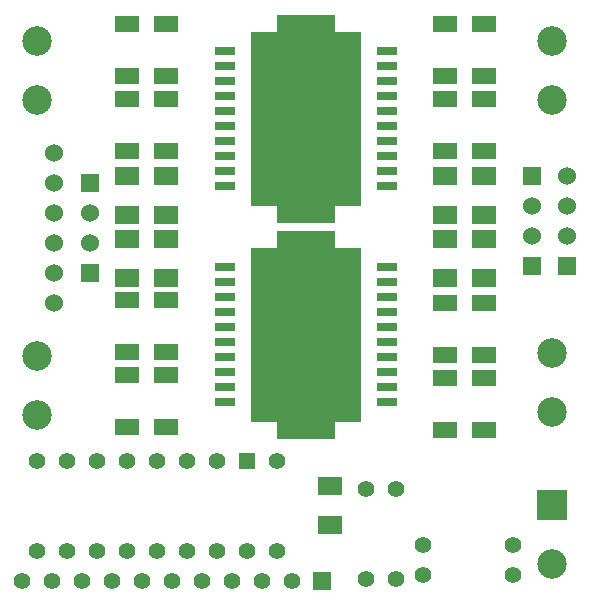
<source format=gts>
G04 (created by PCBNEW (2013-mar-13)-testing) date Thu 06 Mar 2014 12:46:27 CET*
%MOIN*%
G04 Gerber Fmt 3.4, Leading zero omitted, Abs format*
%FSLAX34Y34*%
G01*
G70*
G90*
G04 APERTURE LIST*
%ADD10C,0.005906*%
%ADD11R,0.082677X0.055118*%
%ADD12C,0.055000*%
%ADD13R,0.055000X0.055000*%
%ADD14R,0.196850X0.696850*%
%ADD15R,0.066929X0.027559*%
%ADD16R,0.370079X0.582677*%
%ADD17R,0.080000X0.060000*%
%ADD18R,0.060000X0.060000*%
%ADD19C,0.060000*%
%ADD20C,0.098425*%
%ADD21R,0.098425X0.098425*%
G04 APERTURE END LIST*
G54D10*
G54D11*
X42850Y-21166D03*
X42850Y-19433D03*
X42850Y-23666D03*
X42850Y-21933D03*
X32250Y-31133D03*
X32250Y-32866D03*
X32250Y-28633D03*
X32250Y-30366D03*
X44150Y-21166D03*
X44150Y-19433D03*
X44150Y-23666D03*
X44150Y-21933D03*
X33550Y-31133D03*
X33550Y-32866D03*
X33550Y-28633D03*
X33550Y-30366D03*
X44150Y-31233D03*
X44150Y-32966D03*
X44150Y-28733D03*
X44150Y-30466D03*
X32250Y-21166D03*
X32250Y-19433D03*
X32250Y-23666D03*
X32250Y-21933D03*
X42850Y-31233D03*
X42850Y-32966D03*
X42850Y-28733D03*
X42850Y-30466D03*
X33550Y-21166D03*
X33550Y-19433D03*
X33550Y-23666D03*
X33550Y-21933D03*
G54D12*
X37250Y-34000D03*
G54D13*
X36250Y-34000D03*
G54D12*
X35250Y-34000D03*
X34250Y-34000D03*
X33250Y-34000D03*
X32250Y-34000D03*
X31250Y-34000D03*
X30250Y-34000D03*
X29250Y-34000D03*
X29250Y-37000D03*
X30250Y-37000D03*
X31250Y-37000D03*
X32250Y-37000D03*
X33250Y-37000D03*
X34250Y-37000D03*
X35250Y-37000D03*
X36250Y-37000D03*
X37250Y-37000D03*
G54D14*
X38200Y-29800D03*
G54D15*
X35503Y-29550D03*
G54D16*
X38200Y-29800D03*
G54D15*
X35503Y-29050D03*
X35503Y-28550D03*
X35503Y-28050D03*
X35503Y-27550D03*
X35500Y-30050D03*
X35500Y-30550D03*
X35500Y-31050D03*
X35500Y-31550D03*
X35500Y-32050D03*
X40900Y-32050D03*
X40900Y-31550D03*
X40900Y-31050D03*
X40900Y-30550D03*
X40900Y-30050D03*
X40900Y-29550D03*
X40900Y-29050D03*
X40900Y-28550D03*
X40900Y-28050D03*
X40900Y-27550D03*
G54D14*
X38200Y-22600D03*
G54D15*
X40896Y-22850D03*
G54D16*
X38200Y-22600D03*
G54D15*
X40896Y-23350D03*
X40896Y-23850D03*
X40896Y-24350D03*
X40896Y-24850D03*
X40900Y-22350D03*
X40900Y-21850D03*
X40900Y-21350D03*
X40900Y-20850D03*
X40900Y-20350D03*
X35500Y-20350D03*
X35500Y-20850D03*
X35500Y-21350D03*
X35500Y-21850D03*
X35500Y-22350D03*
X35500Y-22850D03*
X35500Y-23350D03*
X35500Y-23850D03*
X35500Y-24350D03*
X35500Y-24850D03*
G54D17*
X42850Y-24500D03*
X42850Y-25800D03*
G54D12*
X37750Y-38000D03*
X36750Y-38000D03*
X35750Y-38000D03*
X34750Y-38000D03*
X33750Y-38000D03*
X32750Y-38000D03*
X31750Y-38000D03*
X30750Y-38000D03*
X29750Y-38000D03*
X28750Y-38000D03*
G54D18*
X46900Y-27500D03*
G54D19*
X46900Y-26500D03*
G54D17*
X33550Y-24500D03*
X33550Y-25800D03*
X33550Y-27900D03*
X33550Y-26600D03*
X42850Y-27900D03*
X42850Y-26600D03*
X44150Y-25800D03*
X44150Y-24500D03*
X32250Y-25800D03*
X32250Y-24500D03*
X44150Y-26600D03*
X44150Y-27900D03*
G54D12*
X42100Y-37800D03*
X45100Y-37800D03*
X42100Y-36800D03*
X45100Y-36800D03*
X41200Y-34950D03*
X41200Y-37950D03*
G54D17*
X32250Y-26600D03*
X32250Y-27900D03*
G54D12*
X40200Y-37950D03*
X40200Y-34950D03*
G54D20*
X29250Y-32484D03*
X29250Y-30515D03*
X46400Y-30415D03*
X46400Y-32384D03*
X46400Y-20015D03*
X46400Y-21984D03*
X29250Y-21984D03*
X29250Y-20015D03*
G54D19*
X46900Y-24500D03*
X46900Y-25500D03*
X29800Y-23750D03*
X29800Y-24750D03*
X29800Y-25750D03*
X29800Y-26750D03*
X29800Y-27750D03*
X29800Y-28750D03*
G54D18*
X45750Y-24500D03*
G54D19*
X45750Y-25500D03*
X45750Y-26500D03*
G54D18*
X45750Y-27500D03*
X31000Y-27750D03*
G54D19*
X31000Y-26750D03*
X31000Y-25750D03*
G54D18*
X31000Y-24750D03*
G54D17*
X39000Y-34850D03*
X39000Y-36150D03*
G54D21*
X46400Y-35465D03*
G54D20*
X46400Y-37434D03*
G54D18*
X38750Y-38000D03*
M02*

</source>
